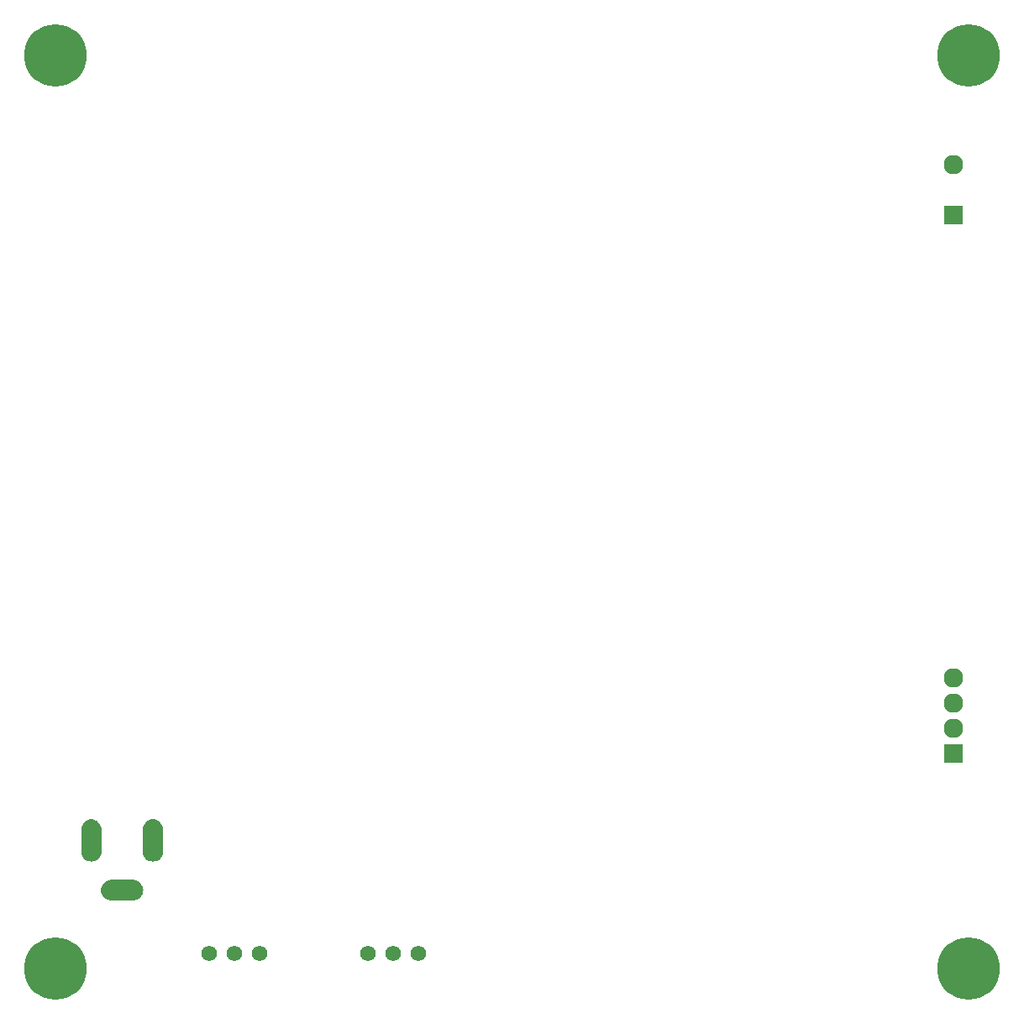
<source format=gbs>
G04 #@! TF.GenerationSoftware,KiCad,Pcbnew,5.1.4-e60b266~84~ubuntu18.04.1*
G04 #@! TF.CreationDate,2019-09-05T01:59:36+01:00*
G04 #@! TF.ProjectId,psu,7073752e-6b69-4636-9164-5f7063625858,1*
G04 #@! TF.SameCoordinates,Original*
G04 #@! TF.FileFunction,Soldermask,Bot*
G04 #@! TF.FilePolarity,Negative*
%FSLAX46Y46*%
G04 Gerber Fmt 4.6, Leading zero omitted, Abs format (unit mm)*
G04 Created by KiCad (PCBNEW 5.1.4-e60b266~84~ubuntu18.04.1) date 2019-09-05 01:59:36*
%MOMM*%
%LPD*%
G04 APERTURE LIST*
%ADD10C,1.960000*%
%ADD11R,1.960000X1.960000*%
%ADD12C,0.660000*%
%ADD13C,6.300000*%
%ADD14C,0.100000*%
%ADD15C,2.060000*%
%ADD16C,1.560000*%
G04 APERTURE END LIST*
D10*
X194500000Y-64960000D03*
D11*
X194500000Y-70040000D03*
D12*
X197800000Y-55800000D03*
X194200000Y-55800000D03*
X197800000Y-52200000D03*
X194200000Y-52200000D03*
X193500000Y-54000000D03*
X196000000Y-56500000D03*
X198500000Y-54000000D03*
X196000000Y-51500000D03*
D13*
X196000000Y-54000000D03*
D12*
X105800000Y-55800000D03*
X102200000Y-55800000D03*
X105800000Y-52200000D03*
X102200000Y-52200000D03*
X101500000Y-54000000D03*
X104000000Y-56500000D03*
X106500000Y-54000000D03*
X104000000Y-51500000D03*
D13*
X104000000Y-54000000D03*
D12*
X197800000Y-147800000D03*
X194200000Y-147800000D03*
X197800000Y-144200000D03*
X194200000Y-144200000D03*
X193500000Y-146000000D03*
X196000000Y-148500000D03*
X198500000Y-146000000D03*
X196000000Y-143500000D03*
D13*
X196000000Y-146000000D03*
D12*
X105800000Y-147800000D03*
X102200000Y-147800000D03*
X105800000Y-144200000D03*
X102200000Y-144200000D03*
X101500000Y-146000000D03*
X104000000Y-148500000D03*
X106500000Y-146000000D03*
X104000000Y-143500000D03*
D13*
X104000000Y-146000000D03*
D10*
X194500000Y-116690000D03*
X194500000Y-119230000D03*
X194500000Y-121770000D03*
D11*
X194500000Y-124310000D03*
D14*
G36*
X107700959Y-130974960D02*
G01*
X107800944Y-130989791D01*
X107898994Y-131014351D01*
X107994165Y-131048404D01*
X108085540Y-131091621D01*
X108172238Y-131143586D01*
X108253426Y-131203799D01*
X108328321Y-131271680D01*
X108396202Y-131346575D01*
X108456415Y-131427763D01*
X108508380Y-131514461D01*
X108551597Y-131605836D01*
X108585650Y-131701007D01*
X108610210Y-131799057D01*
X108625041Y-131899042D01*
X108630001Y-132000000D01*
X108630001Y-134200000D01*
X108625041Y-134300958D01*
X108610210Y-134400943D01*
X108585650Y-134498993D01*
X108551597Y-134594164D01*
X108508380Y-134685539D01*
X108456415Y-134772237D01*
X108396202Y-134853425D01*
X108328321Y-134928320D01*
X108253426Y-134996201D01*
X108172238Y-135056414D01*
X108085540Y-135108379D01*
X107994165Y-135151596D01*
X107898994Y-135185649D01*
X107800944Y-135210209D01*
X107700959Y-135225040D01*
X107600001Y-135230000D01*
X107599999Y-135230000D01*
X107499041Y-135225040D01*
X107399056Y-135210209D01*
X107301006Y-135185649D01*
X107205835Y-135151596D01*
X107114460Y-135108379D01*
X107027762Y-135056414D01*
X106946574Y-134996201D01*
X106871679Y-134928320D01*
X106803798Y-134853425D01*
X106743585Y-134772237D01*
X106691620Y-134685539D01*
X106648403Y-134594164D01*
X106614350Y-134498993D01*
X106589790Y-134400943D01*
X106574959Y-134300958D01*
X106569999Y-134200000D01*
X106569999Y-132000000D01*
X106574959Y-131899042D01*
X106589790Y-131799057D01*
X106614350Y-131701007D01*
X106648403Y-131605836D01*
X106691620Y-131514461D01*
X106743585Y-131427763D01*
X106803798Y-131346575D01*
X106871679Y-131271680D01*
X106946574Y-131203799D01*
X107027762Y-131143586D01*
X107114460Y-131091621D01*
X107205835Y-131048404D01*
X107301006Y-131014351D01*
X107399056Y-130989791D01*
X107499041Y-130974960D01*
X107599999Y-130970000D01*
X107600001Y-130970000D01*
X107700959Y-130974960D01*
X107700959Y-130974960D01*
G37*
D15*
X107600000Y-133100000D03*
D14*
G36*
X111900958Y-137074959D02*
G01*
X112000943Y-137089790D01*
X112098993Y-137114350D01*
X112194164Y-137148403D01*
X112285539Y-137191620D01*
X112372237Y-137243585D01*
X112453425Y-137303798D01*
X112528320Y-137371679D01*
X112596201Y-137446574D01*
X112656414Y-137527762D01*
X112708379Y-137614460D01*
X112751596Y-137705835D01*
X112785649Y-137801006D01*
X112810209Y-137899056D01*
X112825040Y-137999041D01*
X112830000Y-138099999D01*
X112830000Y-138100001D01*
X112825040Y-138200959D01*
X112810209Y-138300944D01*
X112785649Y-138398994D01*
X112751596Y-138494165D01*
X112708379Y-138585540D01*
X112656414Y-138672238D01*
X112596201Y-138753426D01*
X112528320Y-138828321D01*
X112453425Y-138896202D01*
X112372237Y-138956415D01*
X112285539Y-139008380D01*
X112194164Y-139051597D01*
X112098993Y-139085650D01*
X112000943Y-139110210D01*
X111900958Y-139125041D01*
X111800000Y-139130001D01*
X109600000Y-139130001D01*
X109499042Y-139125041D01*
X109399057Y-139110210D01*
X109301007Y-139085650D01*
X109205836Y-139051597D01*
X109114461Y-139008380D01*
X109027763Y-138956415D01*
X108946575Y-138896202D01*
X108871680Y-138828321D01*
X108803799Y-138753426D01*
X108743586Y-138672238D01*
X108691621Y-138585540D01*
X108648404Y-138494165D01*
X108614351Y-138398994D01*
X108589791Y-138300944D01*
X108574960Y-138200959D01*
X108570000Y-138100001D01*
X108570000Y-138099999D01*
X108574960Y-137999041D01*
X108589791Y-137899056D01*
X108614351Y-137801006D01*
X108648404Y-137705835D01*
X108691621Y-137614460D01*
X108743586Y-137527762D01*
X108803799Y-137446574D01*
X108871680Y-137371679D01*
X108946575Y-137303798D01*
X109027763Y-137243585D01*
X109114461Y-137191620D01*
X109205836Y-137148403D01*
X109301007Y-137114350D01*
X109399057Y-137089790D01*
X109499042Y-137074959D01*
X109600000Y-137069999D01*
X111800000Y-137069999D01*
X111900958Y-137074959D01*
X111900958Y-137074959D01*
G37*
D15*
X110700000Y-138100000D03*
D14*
G36*
X113900959Y-130974960D02*
G01*
X114000944Y-130989791D01*
X114098994Y-131014351D01*
X114194165Y-131048404D01*
X114285540Y-131091621D01*
X114372238Y-131143586D01*
X114453426Y-131203799D01*
X114528321Y-131271680D01*
X114596202Y-131346575D01*
X114656415Y-131427763D01*
X114708380Y-131514461D01*
X114751597Y-131605836D01*
X114785650Y-131701007D01*
X114810210Y-131799057D01*
X114825041Y-131899042D01*
X114830001Y-132000000D01*
X114830001Y-134200000D01*
X114825041Y-134300958D01*
X114810210Y-134400943D01*
X114785650Y-134498993D01*
X114751597Y-134594164D01*
X114708380Y-134685539D01*
X114656415Y-134772237D01*
X114596202Y-134853425D01*
X114528321Y-134928320D01*
X114453426Y-134996201D01*
X114372238Y-135056414D01*
X114285540Y-135108379D01*
X114194165Y-135151596D01*
X114098994Y-135185649D01*
X114000944Y-135210209D01*
X113900959Y-135225040D01*
X113800001Y-135230000D01*
X113799999Y-135230000D01*
X113699041Y-135225040D01*
X113599056Y-135210209D01*
X113501006Y-135185649D01*
X113405835Y-135151596D01*
X113314460Y-135108379D01*
X113227762Y-135056414D01*
X113146574Y-134996201D01*
X113071679Y-134928320D01*
X113003798Y-134853425D01*
X112943585Y-134772237D01*
X112891620Y-134685539D01*
X112848403Y-134594164D01*
X112814350Y-134498993D01*
X112789790Y-134400943D01*
X112774959Y-134300958D01*
X112769999Y-134200000D01*
X112769999Y-132000000D01*
X112774959Y-131899042D01*
X112789790Y-131799057D01*
X112814350Y-131701007D01*
X112848403Y-131605836D01*
X112891620Y-131514461D01*
X112943585Y-131427763D01*
X113003798Y-131346575D01*
X113071679Y-131271680D01*
X113146574Y-131203799D01*
X113227762Y-131143586D01*
X113314460Y-131091621D01*
X113405835Y-131048404D01*
X113501006Y-131014351D01*
X113599056Y-130989791D01*
X113699041Y-130974960D01*
X113799999Y-130970000D01*
X113800001Y-130970000D01*
X113900959Y-130974960D01*
X113900959Y-130974960D01*
G37*
D15*
X113800000Y-133100000D03*
D16*
X140540000Y-144500000D03*
X138000000Y-144500000D03*
X135460000Y-144500000D03*
X124540000Y-144500000D03*
X122000000Y-144500000D03*
X119460000Y-144500000D03*
M02*

</source>
